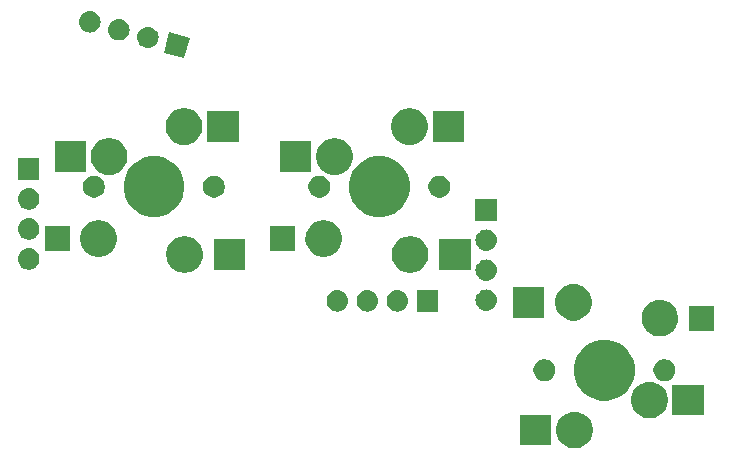
<source format=gbr>
G04 #@! TF.GenerationSoftware,KiCad,Pcbnew,(5.1.4)-1*
G04 #@! TF.CreationDate,2023-09-09T05:28:42-04:00*
G04 #@! TF.ProjectId,ThumbsUp,5468756d-6273-4557-902e-6b696361645f,rev?*
G04 #@! TF.SameCoordinates,Original*
G04 #@! TF.FileFunction,Soldermask,Bot*
G04 #@! TF.FilePolarity,Negative*
%FSLAX46Y46*%
G04 Gerber Fmt 4.6, Leading zero omitted, Abs format (unit mm)*
G04 Created by KiCad (PCBNEW (5.1.4)-1) date 2023-09-09 05:28:42*
%MOMM*%
%LPD*%
G04 APERTURE LIST*
%ADD10C,0.100000*%
G04 APERTURE END LIST*
D10*
G36*
X-35657415Y-426318863D02*
G01*
X-35507590Y-426348665D01*
X-35225326Y-426465582D01*
X-34971295Y-426635320D01*
X-34755259Y-426851356D01*
X-34585521Y-427105387D01*
X-34468604Y-427387651D01*
X-34409000Y-427687301D01*
X-34409000Y-427992821D01*
X-34468604Y-428292471D01*
X-34585521Y-428574735D01*
X-34755259Y-428828766D01*
X-34971295Y-429044802D01*
X-35225326Y-429214540D01*
X-35507590Y-429331457D01*
X-35657415Y-429361259D01*
X-35807239Y-429391061D01*
X-36112761Y-429391061D01*
X-36262585Y-429361259D01*
X-36412410Y-429331457D01*
X-36694674Y-429214540D01*
X-36948705Y-429044802D01*
X-37164741Y-428828766D01*
X-37334479Y-428574735D01*
X-37451396Y-428292471D01*
X-37511000Y-427992821D01*
X-37511000Y-427687301D01*
X-37451396Y-427387651D01*
X-37334479Y-427105387D01*
X-37164741Y-426851356D01*
X-36948705Y-426635320D01*
X-36694674Y-426465582D01*
X-36412410Y-426348665D01*
X-36262585Y-426318863D01*
X-36112761Y-426289061D01*
X-35807239Y-426289061D01*
X-35657415Y-426318863D01*
X-35657415Y-426318863D01*
G37*
G36*
X-37936000Y-429141061D02*
G01*
X-40588000Y-429141061D01*
X-40588000Y-426539061D01*
X-37936000Y-426539061D01*
X-37936000Y-429141061D01*
X-37936000Y-429141061D01*
G37*
G36*
X-29307415Y-423778863D02*
G01*
X-29157590Y-423808665D01*
X-28875326Y-423925582D01*
X-28621295Y-424095320D01*
X-28405259Y-424311356D01*
X-28235521Y-424565387D01*
X-28118604Y-424847651D01*
X-28059000Y-425147301D01*
X-28059000Y-425452821D01*
X-28118604Y-425752471D01*
X-28235521Y-426034735D01*
X-28405259Y-426288766D01*
X-28621295Y-426504802D01*
X-28875326Y-426674540D01*
X-29157590Y-426791457D01*
X-29307415Y-426821259D01*
X-29457239Y-426851061D01*
X-29762761Y-426851061D01*
X-29912585Y-426821259D01*
X-30062410Y-426791457D01*
X-30344674Y-426674540D01*
X-30598705Y-426504802D01*
X-30814741Y-426288766D01*
X-30984479Y-426034735D01*
X-31101396Y-425752471D01*
X-31161000Y-425452821D01*
X-31161000Y-425147301D01*
X-31101396Y-424847651D01*
X-30984479Y-424565387D01*
X-30814741Y-424311356D01*
X-30598705Y-424095320D01*
X-30344674Y-423925582D01*
X-30062410Y-423808665D01*
X-29912585Y-423778863D01*
X-29762761Y-423749061D01*
X-29457239Y-423749061D01*
X-29307415Y-423778863D01*
X-29307415Y-423778863D01*
G37*
G36*
X-25009000Y-426601061D02*
G01*
X-27661000Y-426601061D01*
X-27661000Y-423999061D01*
X-25009000Y-423999061D01*
X-25009000Y-426601061D01*
X-25009000Y-426601061D01*
G37*
G36*
X-32668609Y-420283055D02*
G01*
X-32474425Y-420363489D01*
X-32199808Y-420477239D01*
X-31777896Y-420759151D01*
X-31419090Y-421117957D01*
X-31137178Y-421539869D01*
X-31023428Y-421814486D01*
X-30942994Y-422008670D01*
X-30844000Y-422506347D01*
X-30844000Y-423013775D01*
X-30942994Y-423511452D01*
X-31000580Y-423650476D01*
X-31137178Y-423980253D01*
X-31419090Y-424402165D01*
X-31777896Y-424760971D01*
X-32199808Y-425042883D01*
X-32451893Y-425147300D01*
X-32668609Y-425237067D01*
X-32917448Y-425286564D01*
X-33166285Y-425336061D01*
X-33673715Y-425336061D01*
X-34171391Y-425237067D01*
X-34388107Y-425147300D01*
X-34640192Y-425042883D01*
X-35062104Y-424760971D01*
X-35420910Y-424402165D01*
X-35702822Y-423980253D01*
X-35839420Y-423650476D01*
X-35897006Y-423511452D01*
X-35996000Y-423013775D01*
X-35996000Y-422506347D01*
X-35897006Y-422008670D01*
X-35816572Y-421814486D01*
X-35702822Y-421539869D01*
X-35420910Y-421117957D01*
X-35062104Y-420759151D01*
X-34640192Y-420477239D01*
X-34365575Y-420363489D01*
X-34171391Y-420283055D01*
X-33673715Y-420184061D01*
X-33166285Y-420184061D01*
X-32668609Y-420283055D01*
X-32668609Y-420283055D01*
G37*
G36*
X-38229896Y-421869646D02*
G01*
X-38061374Y-421939450D01*
X-37909709Y-422040789D01*
X-37780728Y-422169770D01*
X-37679389Y-422321435D01*
X-37609585Y-422489957D01*
X-37574000Y-422668858D01*
X-37574000Y-422851264D01*
X-37609585Y-423030165D01*
X-37679389Y-423198687D01*
X-37780728Y-423350352D01*
X-37909709Y-423479333D01*
X-38061374Y-423580672D01*
X-38229896Y-423650476D01*
X-38408797Y-423686061D01*
X-38591203Y-423686061D01*
X-38770104Y-423650476D01*
X-38938626Y-423580672D01*
X-39090291Y-423479333D01*
X-39219272Y-423350352D01*
X-39320611Y-423198687D01*
X-39390415Y-423030165D01*
X-39426000Y-422851264D01*
X-39426000Y-422668858D01*
X-39390415Y-422489957D01*
X-39320611Y-422321435D01*
X-39219272Y-422169770D01*
X-39090291Y-422040789D01*
X-38938626Y-421939450D01*
X-38770104Y-421869646D01*
X-38591203Y-421834061D01*
X-38408797Y-421834061D01*
X-38229896Y-421869646D01*
X-38229896Y-421869646D01*
G37*
G36*
X-28069896Y-421869646D02*
G01*
X-27901374Y-421939450D01*
X-27749709Y-422040789D01*
X-27620728Y-422169770D01*
X-27519389Y-422321435D01*
X-27449585Y-422489957D01*
X-27414000Y-422668858D01*
X-27414000Y-422851264D01*
X-27449585Y-423030165D01*
X-27519389Y-423198687D01*
X-27620728Y-423350352D01*
X-27749709Y-423479333D01*
X-27901374Y-423580672D01*
X-28069896Y-423650476D01*
X-28248797Y-423686061D01*
X-28431203Y-423686061D01*
X-28610104Y-423650476D01*
X-28778626Y-423580672D01*
X-28930291Y-423479333D01*
X-29059272Y-423350352D01*
X-29160611Y-423198687D01*
X-29230415Y-423030165D01*
X-29266000Y-422851264D01*
X-29266000Y-422668858D01*
X-29230415Y-422489957D01*
X-29160611Y-422321435D01*
X-29059272Y-422169770D01*
X-28930291Y-422040789D01*
X-28778626Y-421939450D01*
X-28610104Y-421869646D01*
X-28431203Y-421834061D01*
X-28248797Y-421834061D01*
X-28069896Y-421869646D01*
X-28069896Y-421869646D01*
G37*
G36*
X-28417415Y-416838863D02*
G01*
X-28267590Y-416868665D01*
X-27985326Y-416985582D01*
X-27731295Y-417155320D01*
X-27515259Y-417371356D01*
X-27345521Y-417625387D01*
X-27228604Y-417907651D01*
X-27228604Y-417907652D01*
X-27169000Y-418207300D01*
X-27169000Y-418512822D01*
X-27198802Y-418662646D01*
X-27228604Y-418812471D01*
X-27345521Y-419094735D01*
X-27515259Y-419348766D01*
X-27731295Y-419564802D01*
X-27985326Y-419734540D01*
X-28267590Y-419851457D01*
X-28417415Y-419881259D01*
X-28567239Y-419911061D01*
X-28872761Y-419911061D01*
X-29022585Y-419881259D01*
X-29172410Y-419851457D01*
X-29454674Y-419734540D01*
X-29708705Y-419564802D01*
X-29924741Y-419348766D01*
X-30094479Y-419094735D01*
X-30211396Y-418812471D01*
X-30241198Y-418662646D01*
X-30271000Y-418512822D01*
X-30271000Y-418207300D01*
X-30211396Y-417907652D01*
X-30211396Y-417907651D01*
X-30094479Y-417625387D01*
X-29924741Y-417371356D01*
X-29708705Y-417155320D01*
X-29454674Y-416985582D01*
X-29172410Y-416868665D01*
X-29022585Y-416838863D01*
X-28872761Y-416809061D01*
X-28567239Y-416809061D01*
X-28417415Y-416838863D01*
X-28417415Y-416838863D01*
G37*
G36*
X-24169000Y-419411061D02*
G01*
X-26271000Y-419411061D01*
X-26271000Y-417309061D01*
X-24169000Y-417309061D01*
X-24169000Y-419411061D01*
X-24169000Y-419411061D01*
G37*
G36*
X-35717415Y-415488863D02*
G01*
X-35567590Y-415518665D01*
X-35285326Y-415635582D01*
X-35031295Y-415805320D01*
X-34815259Y-416021356D01*
X-34645521Y-416275387D01*
X-34528604Y-416557651D01*
X-34528604Y-416557652D01*
X-34478595Y-416809061D01*
X-34469000Y-416857301D01*
X-34469000Y-417162821D01*
X-34528604Y-417462471D01*
X-34645521Y-417744735D01*
X-34815259Y-417998766D01*
X-35031295Y-418214802D01*
X-35285326Y-418384540D01*
X-35567590Y-418501457D01*
X-35624721Y-418512821D01*
X-35867239Y-418561061D01*
X-36172761Y-418561061D01*
X-36415279Y-418512821D01*
X-36472410Y-418501457D01*
X-36754674Y-418384540D01*
X-37008705Y-418214802D01*
X-37224741Y-417998766D01*
X-37394479Y-417744735D01*
X-37511396Y-417462471D01*
X-37571000Y-417162821D01*
X-37571000Y-416857301D01*
X-37561404Y-416809061D01*
X-37511396Y-416557652D01*
X-37511396Y-416557651D01*
X-37394479Y-416275387D01*
X-37224741Y-416021356D01*
X-37008705Y-415805320D01*
X-36754674Y-415635582D01*
X-36472410Y-415518665D01*
X-36322585Y-415488863D01*
X-36172761Y-415459061D01*
X-35867239Y-415459061D01*
X-35717415Y-415488863D01*
X-35717415Y-415488863D01*
G37*
G36*
X-38494000Y-418311061D02*
G01*
X-41146000Y-418311061D01*
X-41146000Y-415709061D01*
X-38494000Y-415709061D01*
X-38494000Y-418311061D01*
X-38494000Y-418311061D01*
G37*
G36*
X-50833426Y-416006563D02*
G01*
X-50767241Y-416013082D01*
X-50597402Y-416064602D01*
X-50440877Y-416148267D01*
X-50405139Y-416177597D01*
X-50303682Y-416260859D01*
X-50220420Y-416362316D01*
X-50191090Y-416398054D01*
X-50107425Y-416554579D01*
X-50055905Y-416724418D01*
X-50038509Y-416901045D01*
X-50055905Y-417077672D01*
X-50107425Y-417247511D01*
X-50191090Y-417404036D01*
X-50220420Y-417439774D01*
X-50303682Y-417541231D01*
X-50405139Y-417624493D01*
X-50440877Y-417653823D01*
X-50597402Y-417737488D01*
X-50767241Y-417789008D01*
X-50833425Y-417795526D01*
X-50899608Y-417802045D01*
X-50988128Y-417802045D01*
X-51054311Y-417795526D01*
X-51120495Y-417789008D01*
X-51290334Y-417737488D01*
X-51446859Y-417653823D01*
X-51482597Y-417624493D01*
X-51584054Y-417541231D01*
X-51667316Y-417439774D01*
X-51696646Y-417404036D01*
X-51780311Y-417247511D01*
X-51831831Y-417077672D01*
X-51849227Y-416901045D01*
X-51831831Y-416724418D01*
X-51780311Y-416554579D01*
X-51696646Y-416398054D01*
X-51667316Y-416362316D01*
X-51584054Y-416260859D01*
X-51482597Y-416177597D01*
X-51446859Y-416148267D01*
X-51290334Y-416064602D01*
X-51120495Y-416013082D01*
X-51054310Y-416006563D01*
X-50988128Y-416000045D01*
X-50899608Y-416000045D01*
X-50833426Y-416006563D01*
X-50833426Y-416006563D01*
G37*
G36*
X-47502868Y-417802045D02*
G01*
X-49304868Y-417802045D01*
X-49304868Y-416000045D01*
X-47502868Y-416000045D01*
X-47502868Y-417802045D01*
X-47502868Y-417802045D01*
G37*
G36*
X-53373426Y-416006563D02*
G01*
X-53307241Y-416013082D01*
X-53137402Y-416064602D01*
X-52980877Y-416148267D01*
X-52945139Y-416177597D01*
X-52843682Y-416260859D01*
X-52760420Y-416362316D01*
X-52731090Y-416398054D01*
X-52647425Y-416554579D01*
X-52595905Y-416724418D01*
X-52578509Y-416901045D01*
X-52595905Y-417077672D01*
X-52647425Y-417247511D01*
X-52731090Y-417404036D01*
X-52760420Y-417439774D01*
X-52843682Y-417541231D01*
X-52945139Y-417624493D01*
X-52980877Y-417653823D01*
X-53137402Y-417737488D01*
X-53307241Y-417789008D01*
X-53373425Y-417795526D01*
X-53439608Y-417802045D01*
X-53528128Y-417802045D01*
X-53594311Y-417795526D01*
X-53660495Y-417789008D01*
X-53830334Y-417737488D01*
X-53986859Y-417653823D01*
X-54022597Y-417624493D01*
X-54124054Y-417541231D01*
X-54207316Y-417439774D01*
X-54236646Y-417404036D01*
X-54320311Y-417247511D01*
X-54371831Y-417077672D01*
X-54389227Y-416901045D01*
X-54371831Y-416724418D01*
X-54320311Y-416554579D01*
X-54236646Y-416398054D01*
X-54207316Y-416362316D01*
X-54124054Y-416260859D01*
X-54022597Y-416177597D01*
X-53986859Y-416148267D01*
X-53830334Y-416064602D01*
X-53660495Y-416013082D01*
X-53594310Y-416006563D01*
X-53528128Y-416000045D01*
X-53439608Y-416000045D01*
X-53373426Y-416006563D01*
X-53373426Y-416006563D01*
G37*
G36*
X-55913426Y-416006563D02*
G01*
X-55847241Y-416013082D01*
X-55677402Y-416064602D01*
X-55520877Y-416148267D01*
X-55485139Y-416177597D01*
X-55383682Y-416260859D01*
X-55300420Y-416362316D01*
X-55271090Y-416398054D01*
X-55187425Y-416554579D01*
X-55135905Y-416724418D01*
X-55118509Y-416901045D01*
X-55135905Y-417077672D01*
X-55187425Y-417247511D01*
X-55271090Y-417404036D01*
X-55300420Y-417439774D01*
X-55383682Y-417541231D01*
X-55485139Y-417624493D01*
X-55520877Y-417653823D01*
X-55677402Y-417737488D01*
X-55847241Y-417789008D01*
X-55913425Y-417795526D01*
X-55979608Y-417802045D01*
X-56068128Y-417802045D01*
X-56134311Y-417795526D01*
X-56200495Y-417789008D01*
X-56370334Y-417737488D01*
X-56526859Y-417653823D01*
X-56562597Y-417624493D01*
X-56664054Y-417541231D01*
X-56747316Y-417439774D01*
X-56776646Y-417404036D01*
X-56860311Y-417247511D01*
X-56911831Y-417077672D01*
X-56929227Y-416901045D01*
X-56911831Y-416724418D01*
X-56860311Y-416554579D01*
X-56776646Y-416398054D01*
X-56747316Y-416362316D01*
X-56664054Y-416260859D01*
X-56562597Y-416177597D01*
X-56526859Y-416148267D01*
X-56370334Y-416064602D01*
X-56200495Y-416013082D01*
X-56134310Y-416006563D01*
X-56068128Y-416000045D01*
X-55979608Y-416000045D01*
X-55913426Y-416006563D01*
X-55913426Y-416006563D01*
G37*
G36*
X-43322570Y-415939092D02*
G01*
X-43256386Y-415945610D01*
X-43086547Y-415997130D01*
X-42930022Y-416080795D01*
X-42894284Y-416110125D01*
X-42792827Y-416193387D01*
X-42725531Y-416275389D01*
X-42680235Y-416330582D01*
X-42596570Y-416487107D01*
X-42545050Y-416656946D01*
X-42527654Y-416833573D01*
X-42545050Y-417010200D01*
X-42596570Y-417180039D01*
X-42680235Y-417336564D01*
X-42708788Y-417371356D01*
X-42792827Y-417473759D01*
X-42894284Y-417557021D01*
X-42930022Y-417586351D01*
X-43086547Y-417670016D01*
X-43256386Y-417721536D01*
X-43322571Y-417728055D01*
X-43388753Y-417734573D01*
X-43477273Y-417734573D01*
X-43543455Y-417728055D01*
X-43609640Y-417721536D01*
X-43779479Y-417670016D01*
X-43936004Y-417586351D01*
X-43971742Y-417557021D01*
X-44073199Y-417473759D01*
X-44157238Y-417371356D01*
X-44185791Y-417336564D01*
X-44269456Y-417180039D01*
X-44320976Y-417010200D01*
X-44338372Y-416833573D01*
X-44320976Y-416656946D01*
X-44269456Y-416487107D01*
X-44185791Y-416330582D01*
X-44140495Y-416275389D01*
X-44073199Y-416193387D01*
X-43971742Y-416110125D01*
X-43936004Y-416080795D01*
X-43779479Y-415997130D01*
X-43609640Y-415945610D01*
X-43543456Y-415939092D01*
X-43477273Y-415932573D01*
X-43388753Y-415932573D01*
X-43322570Y-415939092D01*
X-43322570Y-415939092D01*
G37*
G36*
X-43322570Y-413399092D02*
G01*
X-43256386Y-413405610D01*
X-43086547Y-413457130D01*
X-42930022Y-413540795D01*
X-42894284Y-413570125D01*
X-42792827Y-413653387D01*
X-42709565Y-413754844D01*
X-42680235Y-413790582D01*
X-42596570Y-413947107D01*
X-42545050Y-414116946D01*
X-42527654Y-414293573D01*
X-42545050Y-414470200D01*
X-42596570Y-414640039D01*
X-42680235Y-414796564D01*
X-42709565Y-414832302D01*
X-42792827Y-414933759D01*
X-42894284Y-415017021D01*
X-42930022Y-415046351D01*
X-43086547Y-415130016D01*
X-43256386Y-415181536D01*
X-43322571Y-415188055D01*
X-43388753Y-415194573D01*
X-43477273Y-415194573D01*
X-43543455Y-415188055D01*
X-43609640Y-415181536D01*
X-43779479Y-415130016D01*
X-43936004Y-415046351D01*
X-43971742Y-415017021D01*
X-44073199Y-414933759D01*
X-44156461Y-414832302D01*
X-44185791Y-414796564D01*
X-44269456Y-414640039D01*
X-44320976Y-414470200D01*
X-44338372Y-414293573D01*
X-44320976Y-414116946D01*
X-44269456Y-413947107D01*
X-44185791Y-413790582D01*
X-44156461Y-413754844D01*
X-44073199Y-413653387D01*
X-43971742Y-413570125D01*
X-43936004Y-413540795D01*
X-43779479Y-413457130D01*
X-43609640Y-413405610D01*
X-43543456Y-413399092D01*
X-43477273Y-413392573D01*
X-43388753Y-413392573D01*
X-43322570Y-413399092D01*
X-43322570Y-413399092D01*
G37*
G36*
X-68654619Y-411449287D02*
G01*
X-68497590Y-411480522D01*
X-68215326Y-411597439D01*
X-67961295Y-411767177D01*
X-67745259Y-411983213D01*
X-67575521Y-412237244D01*
X-67461441Y-412512659D01*
X-67458604Y-412519509D01*
X-67399000Y-412819157D01*
X-67399000Y-413124679D01*
X-67428802Y-413274503D01*
X-67458604Y-413424328D01*
X-67575521Y-413706592D01*
X-67745259Y-413960623D01*
X-67961295Y-414176659D01*
X-68215326Y-414346397D01*
X-68497590Y-414463314D01*
X-68647415Y-414493116D01*
X-68797239Y-414522918D01*
X-69102761Y-414522918D01*
X-69252585Y-414493116D01*
X-69402410Y-414463314D01*
X-69684674Y-414346397D01*
X-69938705Y-414176659D01*
X-70154741Y-413960623D01*
X-70324479Y-413706592D01*
X-70441396Y-413424328D01*
X-70471198Y-413274503D01*
X-70501000Y-413124679D01*
X-70501000Y-412819157D01*
X-70441396Y-412519509D01*
X-70438559Y-412512659D01*
X-70324479Y-412237244D01*
X-70154741Y-411983213D01*
X-69938705Y-411767177D01*
X-69684674Y-411597439D01*
X-69402410Y-411480522D01*
X-69245381Y-411449287D01*
X-69102761Y-411420918D01*
X-68797239Y-411420918D01*
X-68654619Y-411449287D01*
X-68654619Y-411449287D01*
G37*
G36*
X-49575074Y-411449287D02*
G01*
X-49418045Y-411480522D01*
X-49135781Y-411597439D01*
X-48881750Y-411767177D01*
X-48665714Y-411983213D01*
X-48495976Y-412237244D01*
X-48381896Y-412512659D01*
X-48379059Y-412519509D01*
X-48319455Y-412819157D01*
X-48319455Y-413124679D01*
X-48349257Y-413274503D01*
X-48379059Y-413424328D01*
X-48495976Y-413706592D01*
X-48665714Y-413960623D01*
X-48881750Y-414176659D01*
X-49135781Y-414346397D01*
X-49418045Y-414463314D01*
X-49567870Y-414493116D01*
X-49717694Y-414522918D01*
X-50023216Y-414522918D01*
X-50173040Y-414493116D01*
X-50322865Y-414463314D01*
X-50605129Y-414346397D01*
X-50859160Y-414176659D01*
X-51075196Y-413960623D01*
X-51244934Y-413706592D01*
X-51361851Y-413424328D01*
X-51391653Y-413274503D01*
X-51421455Y-413124679D01*
X-51421455Y-412819157D01*
X-51361851Y-412519509D01*
X-51359014Y-412512659D01*
X-51244934Y-412237244D01*
X-51075196Y-411983213D01*
X-50859160Y-411767177D01*
X-50605129Y-411597439D01*
X-50322865Y-411480522D01*
X-50165836Y-411449287D01*
X-50023216Y-411420918D01*
X-49717694Y-411420918D01*
X-49575074Y-411449287D01*
X-49575074Y-411449287D01*
G37*
G36*
X-63824000Y-414272918D02*
G01*
X-66476000Y-414272918D01*
X-66476000Y-411670918D01*
X-63824000Y-411670918D01*
X-63824000Y-414272918D01*
X-63824000Y-414272918D01*
G37*
G36*
X-44744455Y-414272918D02*
G01*
X-47396455Y-414272918D01*
X-47396455Y-411670918D01*
X-44744455Y-411670918D01*
X-44744455Y-414272918D01*
X-44744455Y-414272918D01*
G37*
G36*
X-82045069Y-412454620D02*
G01*
X-81978884Y-412461139D01*
X-81809045Y-412512659D01*
X-81809043Y-412512660D01*
X-81796230Y-412519509D01*
X-81652520Y-412596324D01*
X-81635098Y-412610622D01*
X-81515325Y-412708916D01*
X-81432063Y-412810373D01*
X-81402733Y-412846111D01*
X-81319068Y-413002636D01*
X-81267548Y-413172475D01*
X-81250152Y-413349102D01*
X-81267548Y-413525729D01*
X-81319068Y-413695568D01*
X-81402733Y-413852093D01*
X-81432063Y-413887831D01*
X-81515325Y-413989288D01*
X-81616782Y-414072550D01*
X-81652520Y-414101880D01*
X-81652522Y-414101881D01*
X-81792420Y-414176659D01*
X-81809045Y-414185545D01*
X-81978884Y-414237065D01*
X-82045069Y-414243584D01*
X-82111251Y-414250102D01*
X-82199771Y-414250102D01*
X-82265953Y-414243584D01*
X-82332138Y-414237065D01*
X-82501977Y-414185545D01*
X-82518601Y-414176659D01*
X-82658500Y-414101881D01*
X-82658502Y-414101880D01*
X-82694240Y-414072550D01*
X-82795697Y-413989288D01*
X-82878959Y-413887831D01*
X-82908289Y-413852093D01*
X-82991954Y-413695568D01*
X-83043474Y-413525729D01*
X-83060870Y-413349102D01*
X-83043474Y-413172475D01*
X-82991954Y-413002636D01*
X-82908289Y-412846111D01*
X-82878959Y-412810373D01*
X-82795697Y-412708916D01*
X-82675924Y-412610622D01*
X-82658502Y-412596324D01*
X-82514792Y-412519509D01*
X-82501979Y-412512660D01*
X-82501977Y-412512659D01*
X-82332138Y-412461139D01*
X-82265953Y-412454620D01*
X-82199771Y-412448102D01*
X-82111251Y-412448102D01*
X-82045069Y-412454620D01*
X-82045069Y-412454620D01*
G37*
G36*
X-75947415Y-410100720D02*
G01*
X-75797590Y-410130522D01*
X-75515326Y-410247439D01*
X-75261295Y-410417177D01*
X-75045259Y-410633213D01*
X-74875521Y-410887244D01*
X-74758604Y-411169508D01*
X-74758604Y-411169509D01*
X-74702952Y-411449287D01*
X-74699000Y-411469158D01*
X-74699000Y-411774678D01*
X-74758604Y-412074328D01*
X-74875521Y-412356592D01*
X-75045259Y-412610623D01*
X-75261295Y-412826659D01*
X-75515326Y-412996397D01*
X-75797590Y-413113314D01*
X-75854721Y-413124678D01*
X-76097239Y-413172918D01*
X-76402761Y-413172918D01*
X-76645279Y-413124678D01*
X-76702410Y-413113314D01*
X-76984674Y-412996397D01*
X-77238705Y-412826659D01*
X-77454741Y-412610623D01*
X-77624479Y-412356592D01*
X-77741396Y-412074328D01*
X-77801000Y-411774678D01*
X-77801000Y-411469158D01*
X-77797047Y-411449287D01*
X-77741396Y-411169509D01*
X-77741396Y-411169508D01*
X-77624479Y-410887244D01*
X-77454741Y-410633213D01*
X-77238705Y-410417177D01*
X-76984674Y-410247439D01*
X-76702410Y-410130522D01*
X-76552585Y-410100720D01*
X-76402761Y-410070918D01*
X-76097239Y-410070918D01*
X-75947415Y-410100720D01*
X-75947415Y-410100720D01*
G37*
G36*
X-56867870Y-410100720D02*
G01*
X-56718045Y-410130522D01*
X-56435781Y-410247439D01*
X-56181750Y-410417177D01*
X-55965714Y-410633213D01*
X-55795976Y-410887244D01*
X-55679059Y-411169508D01*
X-55679059Y-411169509D01*
X-55623407Y-411449287D01*
X-55619455Y-411469158D01*
X-55619455Y-411774678D01*
X-55679059Y-412074328D01*
X-55795976Y-412356592D01*
X-55965714Y-412610623D01*
X-56181750Y-412826659D01*
X-56435781Y-412996397D01*
X-56718045Y-413113314D01*
X-56775176Y-413124678D01*
X-57017694Y-413172918D01*
X-57323216Y-413172918D01*
X-57565734Y-413124678D01*
X-57622865Y-413113314D01*
X-57905129Y-412996397D01*
X-58159160Y-412826659D01*
X-58375196Y-412610623D01*
X-58544934Y-412356592D01*
X-58661851Y-412074328D01*
X-58721455Y-411774678D01*
X-58721455Y-411469158D01*
X-58717502Y-411449287D01*
X-58661851Y-411169509D01*
X-58661851Y-411169508D01*
X-58544934Y-410887244D01*
X-58375196Y-410633213D01*
X-58159160Y-410417177D01*
X-57905129Y-410247439D01*
X-57622865Y-410130522D01*
X-57473040Y-410100720D01*
X-57323216Y-410070918D01*
X-57017694Y-410070918D01*
X-56867870Y-410100720D01*
X-56867870Y-410100720D01*
G37*
G36*
X-59619455Y-412672918D02*
G01*
X-61721455Y-412672918D01*
X-61721455Y-410570918D01*
X-59619455Y-410570918D01*
X-59619455Y-412672918D01*
X-59619455Y-412672918D01*
G37*
G36*
X-78699000Y-412672918D02*
G01*
X-80801000Y-412672918D01*
X-80801000Y-410570918D01*
X-78699000Y-410570918D01*
X-78699000Y-412672918D01*
X-78699000Y-412672918D01*
G37*
G36*
X-43322571Y-410859091D02*
G01*
X-43256386Y-410865610D01*
X-43086547Y-410917130D01*
X-42930022Y-411000795D01*
X-42894284Y-411030125D01*
X-42792827Y-411113387D01*
X-42746770Y-411169509D01*
X-42680235Y-411250582D01*
X-42596570Y-411407107D01*
X-42545050Y-411576946D01*
X-42527654Y-411753573D01*
X-42545050Y-411930200D01*
X-42596570Y-412100039D01*
X-42680235Y-412256564D01*
X-42709565Y-412292302D01*
X-42792827Y-412393759D01*
X-42874931Y-412461139D01*
X-42930022Y-412506351D01*
X-43086547Y-412590016D01*
X-43256386Y-412641536D01*
X-43322570Y-412648054D01*
X-43388753Y-412654573D01*
X-43477273Y-412654573D01*
X-43543456Y-412648054D01*
X-43609640Y-412641536D01*
X-43779479Y-412590016D01*
X-43936004Y-412506351D01*
X-43991095Y-412461139D01*
X-44073199Y-412393759D01*
X-44156461Y-412292302D01*
X-44185791Y-412256564D01*
X-44269456Y-412100039D01*
X-44320976Y-411930200D01*
X-44338372Y-411753573D01*
X-44320976Y-411576946D01*
X-44269456Y-411407107D01*
X-44185791Y-411250582D01*
X-44119256Y-411169509D01*
X-44073199Y-411113387D01*
X-43971742Y-411030125D01*
X-43936004Y-411000795D01*
X-43779479Y-410917130D01*
X-43609640Y-410865610D01*
X-43543455Y-410859091D01*
X-43477273Y-410852573D01*
X-43388753Y-410852573D01*
X-43322571Y-410859091D01*
X-43322571Y-410859091D01*
G37*
G36*
X-82045069Y-409914620D02*
G01*
X-81978884Y-409921139D01*
X-81809045Y-409972659D01*
X-81652520Y-410056324D01*
X-81616782Y-410085654D01*
X-81515325Y-410168916D01*
X-81450884Y-410247439D01*
X-81402733Y-410306111D01*
X-81402732Y-410306113D01*
X-81343366Y-410417177D01*
X-81319068Y-410462636D01*
X-81267548Y-410632475D01*
X-81250152Y-410809102D01*
X-81267548Y-410985729D01*
X-81319068Y-411155568D01*
X-81402733Y-411312093D01*
X-81432063Y-411347831D01*
X-81515325Y-411449288D01*
X-81616782Y-411532550D01*
X-81652520Y-411561880D01*
X-81809045Y-411645545D01*
X-81978884Y-411697065D01*
X-82045068Y-411703583D01*
X-82111251Y-411710102D01*
X-82199771Y-411710102D01*
X-82265954Y-411703583D01*
X-82332138Y-411697065D01*
X-82501977Y-411645545D01*
X-82658502Y-411561880D01*
X-82694240Y-411532550D01*
X-82795697Y-411449288D01*
X-82878959Y-411347831D01*
X-82908289Y-411312093D01*
X-82991954Y-411155568D01*
X-83043474Y-410985729D01*
X-83060870Y-410809102D01*
X-83043474Y-410632475D01*
X-82991954Y-410462636D01*
X-82967655Y-410417177D01*
X-82908290Y-410306113D01*
X-82908289Y-410306111D01*
X-82860138Y-410247439D01*
X-82795697Y-410168916D01*
X-82694240Y-410085654D01*
X-82658502Y-410056324D01*
X-82501977Y-409972659D01*
X-82332138Y-409921139D01*
X-82265953Y-409914620D01*
X-82199771Y-409908102D01*
X-82111251Y-409908102D01*
X-82045069Y-409914620D01*
X-82045069Y-409914620D01*
G37*
G36*
X-42532013Y-410114573D02*
G01*
X-44334013Y-410114573D01*
X-44334013Y-408312573D01*
X-42532013Y-408312573D01*
X-42532013Y-410114573D01*
X-42532013Y-410114573D01*
G37*
G36*
X-70798609Y-404744912D02*
G01*
X-70604425Y-404825346D01*
X-70329808Y-404939096D01*
X-69907896Y-405221008D01*
X-69549090Y-405579814D01*
X-69267178Y-406001726D01*
X-69244533Y-406056397D01*
X-69072994Y-406470527D01*
X-68974000Y-406968204D01*
X-68974000Y-407475632D01*
X-69072994Y-407973309D01*
X-69130580Y-408112333D01*
X-69267178Y-408442110D01*
X-69549090Y-408864022D01*
X-69907896Y-409222828D01*
X-70329808Y-409504740D01*
X-70604425Y-409618490D01*
X-70798609Y-409698924D01*
X-71296285Y-409797918D01*
X-71803715Y-409797918D01*
X-72301391Y-409698924D01*
X-72495575Y-409618490D01*
X-72770192Y-409504740D01*
X-73192104Y-409222828D01*
X-73550910Y-408864022D01*
X-73832822Y-408442110D01*
X-73969420Y-408112333D01*
X-74027006Y-407973309D01*
X-74126000Y-407475632D01*
X-74126000Y-406968204D01*
X-74027006Y-406470527D01*
X-73855467Y-406056397D01*
X-73832822Y-406001726D01*
X-73550910Y-405579814D01*
X-73192104Y-405221008D01*
X-72770192Y-404939096D01*
X-72495575Y-404825346D01*
X-72301391Y-404744912D01*
X-71803715Y-404645918D01*
X-71296285Y-404645918D01*
X-70798609Y-404744912D01*
X-70798609Y-404744912D01*
G37*
G36*
X-51719064Y-404744912D02*
G01*
X-51524880Y-404825346D01*
X-51250263Y-404939096D01*
X-50828351Y-405221008D01*
X-50469545Y-405579814D01*
X-50187633Y-406001726D01*
X-50164988Y-406056397D01*
X-49993449Y-406470527D01*
X-49894455Y-406968204D01*
X-49894455Y-407475632D01*
X-49993449Y-407973309D01*
X-50051035Y-408112333D01*
X-50187633Y-408442110D01*
X-50469545Y-408864022D01*
X-50828351Y-409222828D01*
X-51250263Y-409504740D01*
X-51524880Y-409618490D01*
X-51719064Y-409698924D01*
X-52216740Y-409797918D01*
X-52724170Y-409797918D01*
X-53221846Y-409698924D01*
X-53416030Y-409618490D01*
X-53690647Y-409504740D01*
X-54112559Y-409222828D01*
X-54471365Y-408864022D01*
X-54753277Y-408442110D01*
X-54889875Y-408112333D01*
X-54947461Y-407973309D01*
X-55046455Y-407475632D01*
X-55046455Y-406968204D01*
X-54947461Y-406470527D01*
X-54775922Y-406056397D01*
X-54753277Y-406001726D01*
X-54471365Y-405579814D01*
X-54112559Y-405221008D01*
X-53690647Y-404939096D01*
X-53416030Y-404825346D01*
X-53221846Y-404744912D01*
X-52724170Y-404645918D01*
X-52216740Y-404645918D01*
X-51719064Y-404744912D01*
X-51719064Y-404744912D01*
G37*
G36*
X-82045069Y-407374620D02*
G01*
X-81978884Y-407381139D01*
X-81809045Y-407432659D01*
X-81652520Y-407516324D01*
X-81616782Y-407545654D01*
X-81515325Y-407628916D01*
X-81432063Y-407730373D01*
X-81402733Y-407766111D01*
X-81319068Y-407922636D01*
X-81267548Y-408092475D01*
X-81250152Y-408269102D01*
X-81267548Y-408445729D01*
X-81319068Y-408615568D01*
X-81402733Y-408772093D01*
X-81432063Y-408807831D01*
X-81515325Y-408909288D01*
X-81616782Y-408992550D01*
X-81652520Y-409021880D01*
X-81809045Y-409105545D01*
X-81978884Y-409157065D01*
X-82045069Y-409163584D01*
X-82111251Y-409170102D01*
X-82199771Y-409170102D01*
X-82265953Y-409163584D01*
X-82332138Y-409157065D01*
X-82501977Y-409105545D01*
X-82658502Y-409021880D01*
X-82694240Y-408992550D01*
X-82795697Y-408909288D01*
X-82878959Y-408807831D01*
X-82908289Y-408772093D01*
X-82991954Y-408615568D01*
X-83043474Y-408445729D01*
X-83060870Y-408269102D01*
X-83043474Y-408092475D01*
X-82991954Y-407922636D01*
X-82908289Y-407766111D01*
X-82878959Y-407730373D01*
X-82795697Y-407628916D01*
X-82694240Y-407545654D01*
X-82658502Y-407516324D01*
X-82501977Y-407432659D01*
X-82332138Y-407381139D01*
X-82265953Y-407374620D01*
X-82199771Y-407368102D01*
X-82111251Y-407368102D01*
X-82045069Y-407374620D01*
X-82045069Y-407374620D01*
G37*
G36*
X-47120351Y-406331503D02*
G01*
X-46951829Y-406401307D01*
X-46800164Y-406502646D01*
X-46671183Y-406631627D01*
X-46569844Y-406783292D01*
X-46500040Y-406951814D01*
X-46464455Y-407130715D01*
X-46464455Y-407313121D01*
X-46500040Y-407492022D01*
X-46569844Y-407660544D01*
X-46671183Y-407812209D01*
X-46800164Y-407941190D01*
X-46951829Y-408042529D01*
X-47120351Y-408112333D01*
X-47299252Y-408147918D01*
X-47481658Y-408147918D01*
X-47660559Y-408112333D01*
X-47829081Y-408042529D01*
X-47980746Y-407941190D01*
X-48109727Y-407812209D01*
X-48211066Y-407660544D01*
X-48280870Y-407492022D01*
X-48316455Y-407313121D01*
X-48316455Y-407130715D01*
X-48280870Y-406951814D01*
X-48211066Y-406783292D01*
X-48109727Y-406631627D01*
X-47980746Y-406502646D01*
X-47829081Y-406401307D01*
X-47660559Y-406331503D01*
X-47481658Y-406295918D01*
X-47299252Y-406295918D01*
X-47120351Y-406331503D01*
X-47120351Y-406331503D01*
G37*
G36*
X-66199896Y-406331503D02*
G01*
X-66031374Y-406401307D01*
X-65879709Y-406502646D01*
X-65750728Y-406631627D01*
X-65649389Y-406783292D01*
X-65579585Y-406951814D01*
X-65544000Y-407130715D01*
X-65544000Y-407313121D01*
X-65579585Y-407492022D01*
X-65649389Y-407660544D01*
X-65750728Y-407812209D01*
X-65879709Y-407941190D01*
X-66031374Y-408042529D01*
X-66199896Y-408112333D01*
X-66378797Y-408147918D01*
X-66561203Y-408147918D01*
X-66740104Y-408112333D01*
X-66908626Y-408042529D01*
X-67060291Y-407941190D01*
X-67189272Y-407812209D01*
X-67290611Y-407660544D01*
X-67360415Y-407492022D01*
X-67396000Y-407313121D01*
X-67396000Y-407130715D01*
X-67360415Y-406951814D01*
X-67290611Y-406783292D01*
X-67189272Y-406631627D01*
X-67060291Y-406502646D01*
X-66908626Y-406401307D01*
X-66740104Y-406331503D01*
X-66561203Y-406295918D01*
X-66378797Y-406295918D01*
X-66199896Y-406331503D01*
X-66199896Y-406331503D01*
G37*
G36*
X-57280351Y-406331503D02*
G01*
X-57111829Y-406401307D01*
X-56960164Y-406502646D01*
X-56831183Y-406631627D01*
X-56729844Y-406783292D01*
X-56660040Y-406951814D01*
X-56624455Y-407130715D01*
X-56624455Y-407313121D01*
X-56660040Y-407492022D01*
X-56729844Y-407660544D01*
X-56831183Y-407812209D01*
X-56960164Y-407941190D01*
X-57111829Y-408042529D01*
X-57280351Y-408112333D01*
X-57459252Y-408147918D01*
X-57641658Y-408147918D01*
X-57820559Y-408112333D01*
X-57989081Y-408042529D01*
X-58140746Y-407941190D01*
X-58269727Y-407812209D01*
X-58371066Y-407660544D01*
X-58440870Y-407492022D01*
X-58476455Y-407313121D01*
X-58476455Y-407130715D01*
X-58440870Y-406951814D01*
X-58371066Y-406783292D01*
X-58269727Y-406631627D01*
X-58140746Y-406502646D01*
X-57989081Y-406401307D01*
X-57820559Y-406331503D01*
X-57641658Y-406295918D01*
X-57459252Y-406295918D01*
X-57280351Y-406331503D01*
X-57280351Y-406331503D01*
G37*
G36*
X-76359896Y-406331503D02*
G01*
X-76191374Y-406401307D01*
X-76039709Y-406502646D01*
X-75910728Y-406631627D01*
X-75809389Y-406783292D01*
X-75739585Y-406951814D01*
X-75704000Y-407130715D01*
X-75704000Y-407313121D01*
X-75739585Y-407492022D01*
X-75809389Y-407660544D01*
X-75910728Y-407812209D01*
X-76039709Y-407941190D01*
X-76191374Y-408042529D01*
X-76359896Y-408112333D01*
X-76538797Y-408147918D01*
X-76721203Y-408147918D01*
X-76900104Y-408112333D01*
X-77068626Y-408042529D01*
X-77220291Y-407941190D01*
X-77349272Y-407812209D01*
X-77450611Y-407660544D01*
X-77520415Y-407492022D01*
X-77556000Y-407313121D01*
X-77556000Y-407130715D01*
X-77520415Y-406951814D01*
X-77450611Y-406783292D01*
X-77349272Y-406631627D01*
X-77220291Y-406502646D01*
X-77068626Y-406401307D01*
X-76900104Y-406331503D01*
X-76721203Y-406295918D01*
X-76538797Y-406295918D01*
X-76359896Y-406331503D01*
X-76359896Y-406331503D01*
G37*
G36*
X-81254511Y-406630102D02*
G01*
X-83056511Y-406630102D01*
X-83056511Y-404828102D01*
X-81254511Y-404828102D01*
X-81254511Y-406630102D01*
X-81254511Y-406630102D01*
G37*
G36*
X-55977870Y-403160720D02*
G01*
X-55828045Y-403190522D01*
X-55545781Y-403307439D01*
X-55291750Y-403477177D01*
X-55075714Y-403693213D01*
X-54905976Y-403947244D01*
X-54789059Y-404229508D01*
X-54729455Y-404529158D01*
X-54729455Y-404834678D01*
X-54789059Y-405134328D01*
X-54905976Y-405416592D01*
X-55075714Y-405670623D01*
X-55291750Y-405886659D01*
X-55545781Y-406056397D01*
X-55828045Y-406173314D01*
X-55977870Y-406203116D01*
X-56127694Y-406232918D01*
X-56433216Y-406232918D01*
X-56583040Y-406203116D01*
X-56732865Y-406173314D01*
X-57015129Y-406056397D01*
X-57269160Y-405886659D01*
X-57485196Y-405670623D01*
X-57654934Y-405416592D01*
X-57771851Y-405134328D01*
X-57831455Y-404834678D01*
X-57831455Y-404529158D01*
X-57771851Y-404229508D01*
X-57654934Y-403947244D01*
X-57485196Y-403693213D01*
X-57269160Y-403477177D01*
X-57015129Y-403307439D01*
X-56732865Y-403190522D01*
X-56583040Y-403160720D01*
X-56433216Y-403130918D01*
X-56127694Y-403130918D01*
X-55977870Y-403160720D01*
X-55977870Y-403160720D01*
G37*
G36*
X-75057415Y-403160720D02*
G01*
X-74907590Y-403190522D01*
X-74625326Y-403307439D01*
X-74371295Y-403477177D01*
X-74155259Y-403693213D01*
X-73985521Y-403947244D01*
X-73868604Y-404229508D01*
X-73809000Y-404529158D01*
X-73809000Y-404834678D01*
X-73868604Y-405134328D01*
X-73985521Y-405416592D01*
X-74155259Y-405670623D01*
X-74371295Y-405886659D01*
X-74625326Y-406056397D01*
X-74907590Y-406173314D01*
X-75057415Y-406203116D01*
X-75207239Y-406232918D01*
X-75512761Y-406232918D01*
X-75662585Y-406203116D01*
X-75812410Y-406173314D01*
X-76094674Y-406056397D01*
X-76348705Y-405886659D01*
X-76564741Y-405670623D01*
X-76734479Y-405416592D01*
X-76851396Y-405134328D01*
X-76911000Y-404834678D01*
X-76911000Y-404529158D01*
X-76851396Y-404229508D01*
X-76734479Y-403947244D01*
X-76564741Y-403693213D01*
X-76348705Y-403477177D01*
X-76094674Y-403307439D01*
X-75812410Y-403190522D01*
X-75662585Y-403160720D01*
X-75512761Y-403130918D01*
X-75207239Y-403130918D01*
X-75057415Y-403160720D01*
X-75057415Y-403160720D01*
G37*
G36*
X-58229455Y-405982918D02*
G01*
X-60881455Y-405982918D01*
X-60881455Y-403380918D01*
X-58229455Y-403380918D01*
X-58229455Y-405982918D01*
X-58229455Y-405982918D01*
G37*
G36*
X-77309000Y-405982918D02*
G01*
X-79961000Y-405982918D01*
X-79961000Y-403380918D01*
X-77309000Y-403380918D01*
X-77309000Y-405982918D01*
X-77309000Y-405982918D01*
G37*
G36*
X-49627870Y-400620720D02*
G01*
X-49478045Y-400650522D01*
X-49195781Y-400767439D01*
X-48941750Y-400937177D01*
X-48725714Y-401153213D01*
X-48555976Y-401407244D01*
X-48439059Y-401689508D01*
X-48379455Y-401989158D01*
X-48379455Y-402294678D01*
X-48439059Y-402594328D01*
X-48555976Y-402876592D01*
X-48725714Y-403130623D01*
X-48941750Y-403346659D01*
X-49195781Y-403516397D01*
X-49478045Y-403633314D01*
X-49627870Y-403663116D01*
X-49777694Y-403692918D01*
X-50083216Y-403692918D01*
X-50233040Y-403663116D01*
X-50382865Y-403633314D01*
X-50665129Y-403516397D01*
X-50919160Y-403346659D01*
X-51135196Y-403130623D01*
X-51304934Y-402876592D01*
X-51421851Y-402594328D01*
X-51481455Y-402294678D01*
X-51481455Y-401989158D01*
X-51421851Y-401689508D01*
X-51304934Y-401407244D01*
X-51135196Y-401153213D01*
X-50919160Y-400937177D01*
X-50665129Y-400767439D01*
X-50382865Y-400650522D01*
X-50233040Y-400620720D01*
X-50083216Y-400590918D01*
X-49777694Y-400590918D01*
X-49627870Y-400620720D01*
X-49627870Y-400620720D01*
G37*
G36*
X-68707415Y-400620720D02*
G01*
X-68557590Y-400650522D01*
X-68275326Y-400767439D01*
X-68021295Y-400937177D01*
X-67805259Y-401153213D01*
X-67635521Y-401407244D01*
X-67518604Y-401689508D01*
X-67459000Y-401989158D01*
X-67459000Y-402294678D01*
X-67518604Y-402594328D01*
X-67635521Y-402876592D01*
X-67805259Y-403130623D01*
X-68021295Y-403346659D01*
X-68275326Y-403516397D01*
X-68557590Y-403633314D01*
X-68707415Y-403663116D01*
X-68857239Y-403692918D01*
X-69162761Y-403692918D01*
X-69312585Y-403663116D01*
X-69462410Y-403633314D01*
X-69744674Y-403516397D01*
X-69998705Y-403346659D01*
X-70214741Y-403130623D01*
X-70384479Y-402876592D01*
X-70501396Y-402594328D01*
X-70561000Y-402294678D01*
X-70561000Y-401989158D01*
X-70501396Y-401689508D01*
X-70384479Y-401407244D01*
X-70214741Y-401153213D01*
X-69998705Y-400937177D01*
X-69744674Y-400767439D01*
X-69462410Y-400650522D01*
X-69312585Y-400620720D01*
X-69162761Y-400590918D01*
X-68857239Y-400590918D01*
X-68707415Y-400620720D01*
X-68707415Y-400620720D01*
G37*
G36*
X-64382000Y-403442918D02*
G01*
X-67034000Y-403442918D01*
X-67034000Y-400840918D01*
X-64382000Y-400840918D01*
X-64382000Y-403442918D01*
X-64382000Y-403442918D01*
G37*
G36*
X-45302455Y-403442918D02*
G01*
X-47954455Y-403442918D01*
X-47954455Y-400840918D01*
X-45302455Y-400840918D01*
X-45302455Y-403442918D01*
X-45302455Y-403442918D01*
G37*
G36*
X-68514898Y-394610029D02*
G01*
X-68981290Y-396350627D01*
X-70721888Y-395884235D01*
X-70255496Y-394143637D01*
X-68514898Y-394610029D01*
X-68514898Y-394610029D01*
G37*
G36*
X-71961402Y-393695251D02*
G01*
X-71895218Y-393701769D01*
X-71725379Y-393753289D01*
X-71568854Y-393836954D01*
X-71533116Y-393866284D01*
X-71431659Y-393949546D01*
X-71348397Y-394051003D01*
X-71319067Y-394086741D01*
X-71235402Y-394243266D01*
X-71183882Y-394413105D01*
X-71166486Y-394589732D01*
X-71183882Y-394766359D01*
X-71235402Y-394936198D01*
X-71319067Y-395092723D01*
X-71348397Y-395128461D01*
X-71431659Y-395229918D01*
X-71533116Y-395313180D01*
X-71568854Y-395342510D01*
X-71725379Y-395426175D01*
X-71895218Y-395477695D01*
X-71961403Y-395484214D01*
X-72027585Y-395490732D01*
X-72116105Y-395490732D01*
X-72182287Y-395484214D01*
X-72248472Y-395477695D01*
X-72418311Y-395426175D01*
X-72574836Y-395342510D01*
X-72610574Y-395313180D01*
X-72712031Y-395229918D01*
X-72795293Y-395128461D01*
X-72824623Y-395092723D01*
X-72908288Y-394936198D01*
X-72959808Y-394766359D01*
X-72977204Y-394589732D01*
X-72959808Y-394413105D01*
X-72908288Y-394243266D01*
X-72824623Y-394086741D01*
X-72795293Y-394051003D01*
X-72712031Y-393949546D01*
X-72610574Y-393866284D01*
X-72574836Y-393836954D01*
X-72418311Y-393753289D01*
X-72248472Y-393701769D01*
X-72182288Y-393695251D01*
X-72116105Y-393688732D01*
X-72027585Y-393688732D01*
X-71961402Y-393695251D01*
X-71961402Y-393695251D01*
G37*
G36*
X-74414854Y-393037849D02*
G01*
X-74348669Y-393044368D01*
X-74178830Y-393095888D01*
X-74022305Y-393179553D01*
X-73986567Y-393208883D01*
X-73885110Y-393292145D01*
X-73801848Y-393393602D01*
X-73772518Y-393429340D01*
X-73688853Y-393585865D01*
X-73637333Y-393755704D01*
X-73619937Y-393932331D01*
X-73637333Y-394108958D01*
X-73688853Y-394278797D01*
X-73772518Y-394435322D01*
X-73801848Y-394471060D01*
X-73885110Y-394572517D01*
X-73986567Y-394655779D01*
X-74022305Y-394685109D01*
X-74178830Y-394768774D01*
X-74348669Y-394820294D01*
X-74414853Y-394826812D01*
X-74481036Y-394833331D01*
X-74569556Y-394833331D01*
X-74635739Y-394826812D01*
X-74701923Y-394820294D01*
X-74871762Y-394768774D01*
X-75028287Y-394685109D01*
X-75064025Y-394655779D01*
X-75165482Y-394572517D01*
X-75248744Y-394471060D01*
X-75278074Y-394435322D01*
X-75361739Y-394278797D01*
X-75413259Y-394108958D01*
X-75430655Y-393932331D01*
X-75413259Y-393755704D01*
X-75361739Y-393585865D01*
X-75278074Y-393429340D01*
X-75248744Y-393393602D01*
X-75165482Y-393292145D01*
X-75064025Y-393208883D01*
X-75028287Y-393179553D01*
X-74871762Y-393095888D01*
X-74701923Y-393044368D01*
X-74635738Y-393037849D01*
X-74569556Y-393031331D01*
X-74481036Y-393031331D01*
X-74414854Y-393037849D01*
X-74414854Y-393037849D01*
G37*
G36*
X-76868306Y-392380449D02*
G01*
X-76802121Y-392386968D01*
X-76632282Y-392438488D01*
X-76475757Y-392522153D01*
X-76440019Y-392551483D01*
X-76338562Y-392634745D01*
X-76255300Y-392736202D01*
X-76225970Y-392771940D01*
X-76142305Y-392928465D01*
X-76090785Y-393098304D01*
X-76073389Y-393274931D01*
X-76090785Y-393451558D01*
X-76142305Y-393621397D01*
X-76225970Y-393777922D01*
X-76255300Y-393813660D01*
X-76338562Y-393915117D01*
X-76440019Y-393998379D01*
X-76475757Y-394027709D01*
X-76632282Y-394111374D01*
X-76802121Y-394162894D01*
X-76868305Y-394169412D01*
X-76934488Y-394175931D01*
X-77023008Y-394175931D01*
X-77089191Y-394169412D01*
X-77155375Y-394162894D01*
X-77325214Y-394111374D01*
X-77481739Y-394027709D01*
X-77517477Y-393998379D01*
X-77618934Y-393915117D01*
X-77702196Y-393813660D01*
X-77731526Y-393777922D01*
X-77815191Y-393621397D01*
X-77866711Y-393451558D01*
X-77884107Y-393274931D01*
X-77866711Y-393098304D01*
X-77815191Y-392928465D01*
X-77731526Y-392771940D01*
X-77702196Y-392736202D01*
X-77618934Y-392634745D01*
X-77517477Y-392551483D01*
X-77481739Y-392522153D01*
X-77325214Y-392438488D01*
X-77155375Y-392386968D01*
X-77089190Y-392380449D01*
X-77023008Y-392373931D01*
X-76934488Y-392373931D01*
X-76868306Y-392380449D01*
X-76868306Y-392380449D01*
G37*
M02*

</source>
